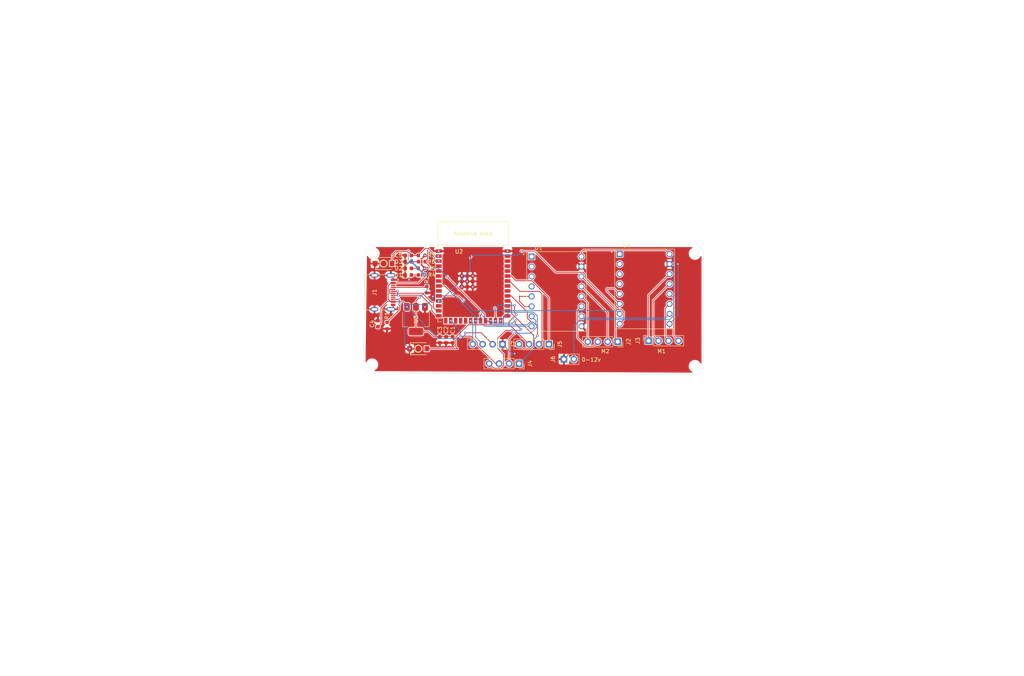
<source format=kicad_pcb>
(kicad_pcb (version 20241229) (generator "pcbnew") (generator_version "9.0")
  (layers (0 "F.Cu" signal) (2 "B.Cu" signal) (13 "F.Paste" user) (15 "B.Paste" user) (5 "F.SilkS" user "F.Silkscreen") (7 "B.SilkS" user "B.Silkscreen") (1 "F.Mask" user) (3 "B.Mask" user) (25 "Edge.Cuts" user))
  (net 0 "")
  (net 1 "GND")
  (net 2 "+3V3")
  (net 3 "+5V")
  (net 4 "EN")
  (net 6 "D-")
  (net 7 "Net-(J1-CC1)")
  (net 8 "D+")
  (net 9 "Net-(J1-CC2)")
  (net 11 "GPIO11")
  (net 12 "GPIO46")
  (net 13 "GPIO10")
  (net 14 "GPIO6")
  (net 15 "GPIO9")
  (net 16 "GPIO5")
  (net 17 "GPIO12")
  (net 18 "GPIO18")
  (net 19 "GPIO16")
  (net 20 "GPIO15")
  (net 21 "GPIO7")
  (net 22 "GPIO8")
  (net 23 "GPIO4")
  (net 24 "GPIO3")
  (net 25 "GPIO17")
  (net 26 "GPIO40")
  (net 27 "GPIO45")
  (net 28 "GPIO41")
  (net 29 "GPIO0")
  (net 30 "GPIO38")
  (net 31 "GPIO2")
  (net 32 "GPIO39")
  (net 33 "GPIO36")
  (net 34 "GPIO47")
  (net 35 "GPIO35")
  (net 36 "GPIO13")
  (net 37 "GPIO44")
  (net 38 "GPIO14")
  (net 39 "GPIO37")
  (net 40 "GPIO1")
  (net 41 "GPIO21")
  (net 42 "GPIO48")
  (net 43 "GPIO42")
  (net 44 "GPIO43")
  (net 45 "Net-(D1-A)")
  (net 46 "Net-(D2-A)")
  (net 47 "Net-(D3-A)")
  (net 48 "Net-(J2-Pin_2)")
  (net 49 "Net-(J2-Pin_4)")
  (net 52 "Net-(U1-~{RESET})")
  (net 53 "Net-(U1-VDD)")
  (net 54 "Net-(J2-Pin_3)")
  (net 56 "Net-(J6-Pin_2)")
  (net 58 "Net-(J2-Pin_1)")
  (net 60 "Net-(J3-Pin_4)")
  (net 62 "Net-(J3-Pin_2)")
  (net 63 "Net-(U4-~{RESET})")
  (net 64 "Net-(J3-Pin_3)")
  (net 65 "Net-(J3-Pin_1)")
  (footprint "Connector_PinSocket_2.54mm:PinSocket_1x02_P2.54mm_Vertical" (layer "F.Cu") (at 165.939457 101.894298 90)
    (property "Reference" "J6")
    (property "Value" "Conn_01x02_Pin")
  )
  (footprint "Resistor_SMD:R_0603_1608Metric" (layer "F.Cu") (at 120.854457 93.322298 -90)
    (property "Reference" "R1")
    (property "Value" "5.1K")
  )
  (footprint "easyeda2kicad:SW-SMD_L3.9-W3.0-P4.45" (layer "F.Cu") (at 128.834457 99.227298)
    (property "Reference" "SW2" (hide yes))
    (property "Value" "TS-1088-AR02016")
  )
  (footprint "LED_SMD:LED_0603_1608Metric" (layer "F.Cu") (at 126.293957 77.031298)
    (property "Reference" "D3")
    (property "Value" "BLUE")
  )
  (footprint "Capacitor_SMD:C_0603_1608Metric" (layer "F.Cu") (at 134.318457 96.928298 -90)
    (property "Reference" "C3")
    (property "Value" "100n")
  )
  (footprint "TYPE-C-31-M-12:HRO_TYPE-C-31-M-12" (layer "F.Cu") (at 117.682457 84.845298 -90)
    (property "Reference" "J1")
    (property "Value" "TYPE-C-31-M-12")
  )
  (footprint "A4988_STEPPER_MOTOR_DRIVER_CARRIER:MODULE_A4988_STEPPER_MOTOR_DRIVER_CARRIER" (layer "F.Cu") (at 186.513457 83.987298)
    (property "Reference" "U4")
    (property "Value" "A4988_STEPPER_MOTOR_DRIVER_CARRIER")
  )
  (footprint "LED_SMD:LED_0603_1608Metric" (layer "F.Cu") (at 126.281457 78.731298)
    (property "Reference" "D2")
    (property "Value" "GREEN")
  )
  (footprint "Package_TO_SOT_SMD:SOT-223-3_TabPin2" (layer "F.Cu") (at 128.234457 91.709298 -90)
    (property "Reference" "U3")
    (property "Value" "LD1117S33TR_SOT223")
  )
  (footprint "Connector_PinSocket_2.54mm:PinSocket_1x04_P2.54mm_Vertical" (layer "F.Cu") (at 154.509457 103.037298 -90)
    (property "Reference" "J4")
    (property "Value" "Conn_01x04_Pin")
  )
  (footprint "Capacitor_SMD:C_0603_1608Metric" (layer "F.Cu") (at 126.281457 75.431298 180)
    (property "Reference" "C5")
    (property "Value" "1u")
  )
  (footprint "Capacitor_SMD:C_0603_1608Metric" (layer "F.Cu") (at 135.918457 96.928298 -90)
    (property "Reference" "C2")
    (property "Value" "22u")
  )
  (footprint "Connector_PinSocket_2.54mm:PinSocket_1x04_P2.54mm_Vertical" (layer "F.Cu") (at 187.529457 97.195298 90)
    (property "Reference" "J3")
    (property "Value" "Conn_01x04_Pin")
  )
  (footprint "Resistor_SMD:R_0603_1608Metric" (layer "F.Cu") (at 129.681457 78.731298 180)
    (property "Reference" "R5")
    (property "Value" "5.1K")
  )
  (footprint "A4988_STEPPER_MOTOR_DRIVER_CARRIER:MODULE_A4988_STEPPER_MOTOR_DRIVER_CARRIER" (layer "F.Cu") (at 164.065457 84.622298)
    (property "Reference" "U1")
    (property "Value" "A4988_STEPPER_MOTOR_DRIVER_CARRIER")
  )
  (footprint "Resistor_SMD:R_0603_1608Metric" (layer "F.Cu") (at 129.693957 77.031298 180)
    (property "Reference" "R6")
    (property "Value" "5.1K")
  )
  (footprint "easyeda2kicad:SW-SMD_L3.9-W3.0-P4.45" (layer "F.Cu") (at 119.986457 77.510298)
    (property "Reference" "SW1" (hide yes))
    (property "Value" "TS-1088-AR02016")
  )
  (footprint "Connector_PinSocket_2.54mm:PinSocket_1x04_P2.54mm_Vertical" (layer "F.Cu") (at 162.129457 98.084298 -90)
    (property "Reference" "J5")
    (property "Value" "Conn_01x04_Pin")
  )
  (footprint "PCM_Espressif:ESP32-S3-WROOM-1" (layer "F.Cu") (at 142.812457 82.595298)
    (property "Reference" "U2")
    (property "Value" "ESP32-S3-WROOM-1")
  )
  (footprint "Resistor_SMD:R_0603_1608Metric" (layer "F.Cu") (at 129.681457 80.431298 180)
    (property "Reference" "R4")
    (property "Value" "5.1K")
  )
  (footprint "Capacitor_SMD:C_0603_1608Metric" (layer "F.Cu") (at 137.618457 96.928298 -90)
    (property "Reference" "C1")
    (property "Value" "10u")
  )
  (footprint "Resistor_SMD:R_0603_1608Metric" (layer "F.Cu") (at 129.681457 75.431298 180)
    (property "Reference" "R3")
    (property "Value" "5.1K")
  )
  (footprint "Connector_PinSocket_2.54mm:PinSocket_1x04_P2.54mm_Vertical" (layer "F.Cu") (at 150.318457 98.084298 -90)
    (property "Reference" "J7")
    (property "Value" "Conn_01x04_Pin")
  )
  (footprint "Connector_PinSocket_2.54mm:PinSocket_1x04_P2.54mm_Vertical" (layer "F.Cu") (at 179.655457 97.449298 -90)
    (property "Reference" "J2")
    (property "Value" "Conn_01x04_Pin")
  )
  (footprint "LED_SMD:LED_0603_1608Metric" (layer "F.Cu") (at 126.268957 80.431298)
    (property "Reference" "D1")
    (property "Value" "RED")
  )
  (footprint "Resistor_SMD:R_0603_1608Metric" (layer "F.Cu") (at 131.014457 84.178298 -90)
    (property "Reference" "R2")
    (property "Value" "5.1K")
  )
  (footprint "Capacitor_SMD:C_0603_1608Metric" (layer "F.Cu") (at 118.546457 92.849298 90)
    (property "Reference" "C4")
    (property "Value" "100n")
  )
  (gr_arc (start 115.266457 75.10103) (mid 115.851914 73.490328) (end 117.425457 72.811298) (stroke (width 0.05)) (layer "Edge.Cuts"))
  (gr_arc (start 201.499457 103.545298) (mid 200.914 105.156) (end 199.340457 105.83503) (stroke (width 0.05)) (layer "Edge.Cuts"))
  (gr_arc (start 117.171457 105.450298) (mid 115.560755 104.864841) (end 114.881725 103.291298) (stroke (width 0.05)) (layer "Edge.Cuts"))
  (gr_line (start 201.503189 74.970298) (end 201.499457 103.545298) (stroke (width 0.05)) (layer "Edge.Cuts"))
  (gr_arc (start 199.213457 72.811298) (mid 200.824159 73.396755) (end 201.503189 74.970298) (stroke (width 0.05)) (layer "Edge.Cuts"))
  (gr_line (start 117.425457 72.811298) (end 199.213459 72.811298) (stroke (width 0.05)) (layer "Edge.Cuts"))
  (gr_circle (center 117.044457 103.291298) (end 116.282457 104.053298) (stroke (width 0.05)) (fill no) (layer "Edge.Cuts"))
  (gr_circle (center 117.425457 74.97403) (end 116.663457 74.21203) (stroke (width 0.05)) (fill no) (layer "Edge.Cuts"))
  (gr_circle (center 199.340457 103.672298) (end 200.102457 104.434298) (stroke (width 0.05)) (fill no) (layer "Edge.Cuts"))
  (gr_line (start 114.881725 103.291298) (end 115.266457 75.10103) (stroke (width 0.05)) (layer "Edge.Cuts"))
  (gr_line (start 199.340457 105.83503) (end 117.171457 105.450297) (stroke (width 0.05)) (layer "Edge.Cuts"))
  (gr_circle (center 199.340457 74.970298) (end 200.102457 74.208298) (stroke (width 0.05)) (fill no) (layer "Edge.Cuts"))
  (gr_text "M1" (at 190.831457 99.862298 0) (layer "F.SilkS") (effects (font (size 1 1))))
  (gr_text "0-12v" (at 172.924457 102.021298 0) (layer "F.SilkS") (effects (font (size 1 1))))
  (gr_text "M2" (at 176.480457 99.862298 0) (layer "F.SilkS") (effects (font (size 1 1))))
  (segment (start 142.317457 75.732298) (end 142.317457 75.859298) (width 0.2) (layer "F.Cu") (net 0))
  (segment (start 142.063457 76.113298) (end 142.317457 75.859298) (width 0.2) (layer "F.Cu") (net 0))
  (segment (start 169.973905 87.366298) (end 170.857009 87.366298) (width 0.2) (layer "F.Cu") (net 1))
  (segment (start 154.543457 74.584241) (end 154.543457 74.086355) (width 0.2) (layer "F.Cu") (net 1))
  (segment (start 125.506457 75.431298) (end 125.506457 80.406298) (width 0.2) (layer "F.Cu") (net 1))
  (segment (start 170.857009 87.366298) (end 171.481457 87.990746) (width 0.2) (layer "F.Cu") (net 1))
  (segment (start 167.090457 100.743298) (end 165.939457 101.894298) (width 0.2) (layer "F.Cu") (net 1))
  (segment (start 195.022457 77.637298) (end 192.863457 77.637298) (width 0.2) (layer "F.Cu") (net 1))
  (segment (start 156.757514 76.798298) (end 154.543457 74.584241) (width 0.2) (layer "F.Cu") (net 1))
  (segment (start 125.481457 80.631298) (end 126.481457 81.631298) (width 0.2) (layer "F.Cu") (net 1))
  (segment (start 154.543457 74.086355) (end 154.895564 73.734248) (width 0.2) (layer "F.Cu") (net 1))
  (segment (start 122.432457 88.045298) (end 122.432457 88.590298) (width 0.2) (layer "F.Cu") (net 1))
  (segment (start 122.432457 88.590298) (end 121.852457 89.170298) (width 0.2) (layer "F.Cu") (net 1))
  (segment (start 171.481457 87.990746) (end 171.481457 92.446298) (width 0.2) (layer "F.Cu") (net 1))
  (segment (start 158.781457 76.798298) (end 156.757514 76.798298) (width 0.2) (layer "F.Cu") (net 1))
  (segment (start 168.376181 88.964022) (end 168.376181 86.393022) (width 0.2) (layer "F.Cu") (net 1))
  (segment (start 193.760457 97.672058) (end 190.689217 100.743298) (width 0.2) (layer "F.Cu") (net 1))
  (segment (start 125.506457 80.406298) (end 125.481457 80.431298) (width 0.2) (layer "F.Cu") (net 1))
  (segment (start 122.432457 81.100298) (end 121.852457 80.520298) (width 0.2) (layer "F.Cu") (net 1))
  (segment (start 171.481457 92.446298) (end 170.415457 93.512298) (width 0.2) (layer "F.Cu") (net 1))
  (segment (start 165.939457 91.400746) (end 168.376181 88.964022) (width 0.2) (layer "F.Cu") (net 1))
  (segment (start 193.760457 96.480538) (end 193.760457 97.672058) (width 0.2) (layer "F.Cu") (net 1))
  (segment (start 165.877407 73.734248) (end 170.415457 78.272298) (width 0.2) (layer "F.Cu") (net 1))
  (segment (start 190.689217 100.743298) (end 167.090457 100.743298) (width 0.2) (layer "F.Cu") (net 1))
  (segment (start 192.863457 95.583538) (end 193.760457 96.480538) (width 0.2) (layer "F.Cu") (net 1))
  (segment (start 122.432457 81.645298) (end 122.432457 81.100298) (width 0.2) (layer "F.Cu") (net 1))
  (segment (start 154.895564 73.734248) (end 165.877407 73.734248) (width 0.2) (layer "F.Cu") (net 1))
  (segment (start 168.376181 86.393022) (end 158.781457 76.798298) (width 0.2) (layer "F.Cu") (net 1))
  (segment (start 168.376181 88.964022) (end 169.973905 87.366298) (width 0.2) (layer "F.Cu") (net 1))
  (segment (start 192.863457 92.877298) (end 192.863457 95.583538) (width 0.2) (layer "F.Cu") (net 1))
  (segment (start 124.267457 81.645298) (end 125.481457 80.431298) (width 0.2) (layer "F.Cu") (net 1))
  (segment (start 122.432457 81.645298) (end 124.267457 81.645298) (width 0.2) (layer "F.Cu") (net 1))
  (segment (start 165.939457 101.894298) (end 165.939457 91.400746) (width 0.2) (layer "F.Cu") (net 1))
  (segment (start 125.481457 80.431298) (end 125.481457 80.631298) (width 0.2) (layer "F.Cu") (net 1))
  (via (at 153.366457 100.497298) (size 0.6) (drill 0.3) (layers "F.Cu" "B.Cu") (net 1))
  (via (at 142.712457 80.655298) (size 0.6) (drill 0.3) (layers "F.Cu" "B.Cu") (net 1))
  (via (at 132.538457 85.892298) (size 0.6) (drill 0.3) (layers "F.Cu" "B.Cu") (net 1))
  (via (at 126.654457 99.227298) (size 0.6) (drill 0.3) (layers "F.Cu" "B.Cu") (net 1))
  (via (at 130.534457 88.559298) (size 0.6) (drill 0.3) (layers "F.Cu" "B.Cu") (net 1))
  (via (at 141.312457 82.055298) (size 0.6) (drill 0.3) (layers "F.Cu" "B.Cu") (net 1))
  (via (at 151.562457 74.335298) (size 0.6) (drill 0.3) (layers "F.Cu" "B.Cu") (net 1))
  (via (at 134.062457 74.335298) (size 0.6) (drill 0.3) (layers "F.Cu" "B.Cu") (net 1))
  (via (at 142.712457 83.455298) (size 0.6) (drill 0.3) (layers "F.Cu" "B.Cu") (net 1))
  (via (at 195.022457 77.637298) (size 0.6) (drill 0.3) (layers "F.Cu" "B.Cu") (net 1))
  (via (at 139.912457 83.455298) (size 0.6) (drill 0.3) (layers "F.Cu" "B.Cu") (net 1))
  (via (at 126.481457 81.631298) (size 0.6) (drill 0.3) (layers "F.Cu" "B.Cu") (net 1))
  (via (at 139.912457 80.655298) (size 0.6) (drill 0.3) (layers "F.Cu" "B.Cu") (net 1))
  (segment (start 153.366457 100.497298) (end 152.731457 100.497298) (width 0.2) (layer "B.Cu") (net 1))
  (segment (start 192.863457 92.877298) (end 195.022457 90.718298) (width 0.2) (layer "B.Cu") (net 1))
  (segment (start 129.933457 87.958298) (end 125.685514 87.958298) (width 0.2) (layer "B.Cu") (net 1))
  (segment (start 132.538457 85.892298) (end 132.538457 86.555298) (width 0.2) (layer "B.Cu") (net 1))
  (segment (start 125.333457 88.310355) (end 125.333457 97.906298) (width 0.2) (layer "B.Cu") (net 1))
  (segment (start 132.538457 86.555298) (end 130.534457 88.559298) (width 0.2) (layer "B.Cu") (net 1))
  (segment (start 125.333457 97.906298) (end 126.654457 99.227298) (width 0.2) (layer "B.Cu") (net 1))
  (segment (start 152.731457 100.497298) (end 150.318457 98.084298) (width 0.2) (layer "B.Cu") (net 1))
  (segment (start 195.022457 90.718298) (end 195.022457 77.637298) (width 0.2) (layer "B.Cu") (net 1))
  (segment (start 130.534457 88.559298) (end 129.933457 87.958298) (width 0.2) (layer "B.Cu") (net 1))
  (segment (start 125.685514 87.958298) (end 125.333457 88.310355) (width 0.2) (layer "B.Cu") (net 1))
  (segment (start 128.234457 94.859298) (end 131.472457 94.859298) (width 0.2) (layer "F.Cu") (net 2))
  (segment (start 132.766457 96.153298) (end 137.618457 96.153298) (width 0.2) (layer "F.Cu") (net 2))
  (segment (start 129.705457 80.960782) (end 129.705457 79.532298) (width 0.4) (layer "F.Cu") (net 2))
  (segment (start 129.681457 76.256298) (end 129.681457 77.906298) (width 0.4) (layer "F.Cu") (net 2))
  (segment (start 129.681457 77.906298) (end 130.506457 78.731298) (width 0.4) (layer "F.Cu") (net 2))
  (segment (start 128.234457 87.070298) (end 129.109457 86.195298) (width 0.2) (layer "F.Cu") (net 2))
  (segment (start 128.234457 94.859298) (end 128.234457 88.559298) (width 0.2) (layer "F.Cu") (net 2))
  (segment (start 130.506457 75.431298) (end 129.681457 76.256298) (width 0.4) (layer "F.Cu") (net 2))
  (segment (start 129.705457 79.532298) (end 130.506457 78.731298) (width 0.4) (layer "F.Cu") (net 2))
  (segment (start 128.234457 88.559298) (end 128.234457 87.070298) (width 0.2) (layer "F.Cu") (net 2))
  (segment (start 131.472457 94.859298) (end 132.766457 96.153298) (width 0.2) (layer "F.Cu") (net 2))
  (segment (start 134.062457 75.605298) (end 133.935457 75.605298) (width 0.2) (layer "F.Cu") (net 2))
  (via (at 129.109457 86.195298) (size 0.6) (drill 0.3) (layers "F.Cu" "B.Cu") (net 2))
  (via (at 133.935457 75.605298) (size 0.6) (drill 0.3) (layers "F.Cu" "B.Cu") (net 2))
  (via (at 130.506457 78.731298) (size 0.6) (drill 0.3) (layers "F.Cu" "B.Cu") (net 2))
  (via (at 130.506457 75.431298) (size 0.6) (drill 0.3) (layers "F.Cu" "B.Cu") (net 2))
  (segment (start 131.107457 79.332298) (end 130.506457 78.731298) (width 0.2) (layer "B.Cu") (net 2))
  (segment (start 129.109457 86.195298) (end 131.107457 84.197298) (width 0.2) (layer "B.Cu") (net 2))
  (segment (start 133.935457 75.605298) (end 130.680457 75.605298) (width 0.2) (layer "B.Cu") (net 2))
  (segment (start 130.680457 75.605298) (end 130.506457 75.431298) (width 0.2) (layer "B.Cu") (net 2))
  (segment (start 131.107457 84.197298) (end 131.107457 79.332298) (width 0.2) (layer "B.Cu") (net 2))
  (segment (start 128.967457 82.445298) (end 130.506457 80.906298) (width 0.2) (layer "F.Cu") (net 3))
  (segment (start 125.934457 88.215306) (end 125.934457 88.559298) (width 0.2) (layer "F.Cu") (net 3))
  (segment (start 130.506457 80.906298) (end 130.506457 80.431298) (width 0.2) (layer "F.Cu") (net 3))
  (segment (start 119.322457 88.854645) (end 121.092804 87.084298) (width 0.2) (layer "F.Cu") (net 3))
  (segment (start 121.092804 87.084298) (end 122.271457 87.084298) (width 0.2) (layer "F.Cu") (net 3))
  (segment (start 124.964449 87.245298) (end 125.934457 88.215306) (width 0.2) (layer "F.Cu") (net 3))
  (segment (start 122.432457 82.445298) (end 128.967457 82.445298) (width 0.2) (layer "F.Cu") (net 3))
  (segment (start 144.857457 95.163298) (end 140.793457 95.163298) (width 0.2) (layer "F.Cu") (net 3))
  (segment (start 121.160457 83.173298) (end 121.160457 86.607298) (width 0.2) (layer "F.Cu") (net 3))
  (segment (start 121.160457 86.607298) (end 121.798457 87.245298) (width 0.2) (layer "F.Cu") (net 3))
  (segment (start 121.798457 87.245298) (end 122.432457 87.245298) (width 0.2) (layer "F.Cu") (net 3))
  (segment (start 121.888457 82.445298) (end 121.160457 83.173298) (width 0.2) (layer "F.Cu") (net 3))
  (segment (start 122.432457 87.245298) (end 124.964449 87.245298) (width 0.2) (layer "F.Cu") (net 3))
  (segment (start 147.778457 98.084298) (end 144.857457 95.163298) (width 0.2) (layer "F.Cu") (net 3))
  (segment (start 122.271457 87.084298) (end 122.432457 87.245298) (width 0.2) (layer "F.Cu") (net 3))
  (segment (start 122.432457 82.445298) (end 121.888457 82.445298) (width 0.2) (layer "F.Cu") (net 3))
  (segment (start 118.546457 93.624298) (end 119.322457 92.848298) (width 0.2) (layer "F.Cu") (net 3))
  (segment (start 119.322457 92.848298) (end 119.322457 88.854645) (width 0.2) (layer "F.Cu") (net 3))
  (via (at 130.506457 80.431298) (size 0.6) (drill 0.3) (layers "F.Cu" "B.Cu") (net 3))
  (via (at 125.934457 88.559298) (size 0.6) (drill 0.3) (layers "F.Cu" "B.Cu") (net 3))
  (via (at 140.793457 95.163298) (size 0.6) (drill 0.3) (layers "F.Cu" "B.Cu") (net 3))
  (segment (start 140.793457 95.163298) (end 140.793457 95.632241) (width 0.2) (layer "B.Cu") (net 3))
  (segment (start 127.181457 77.106298) (end 130.506457 80.431298) (width 0.4) (layer "B.Cu") (net 3))
  (segment (start 139.7724 96.653298) (end 134.028457 96.653298) (width 0.2) (layer "B.Cu") (net 3))
  (segment (start 127.181457 76.439818) (end 127.181457 77.106298) (width 0.4) (layer "B.Cu") (net 3))
  (segment (start 140.793457 95.632241) (end 139.7724 96.653298) (width 0.2) (layer "B.Cu") (net 3))
  (segment (start 134.028457 96.653298) (end 125.934457 88.559298) (width 0.2) (layer "B.Cu") (net 3))
  (segment (start 125.781457 77.839818) (end 127.181457 76.439818) (width 0.4) (layer "B.Cu") (net 3))
  (segment (start 123.648457 74.431298) (end 126.281457 74.431298) (width 0.2) (layer "F.Cu") (net 4))
  (segment (start 127.056457 75.431298) (end 128.856457 75.431298) (width 0.2) (layer "F.Cu") (net 4))
  (segment (start 131.373557 73.681298) (end 133.011457 75.319198) (width 0.2) (layer "F.Cu") (net 4))
  (segment (start 122.166457 75.913298) (end 123.648457 74.431298) (width 0.2) (layer "F.Cu") (net 4))
  (segment (start 122.166457 77.510298) (end 122.166457 75.913298) (width 0.2) (layer "F.Cu") (net 4))
  (segment (start 133.011457 75.319198) (end 133.011457 76.774298) (width 0.2) (layer "F.Cu") (net 4))
  (segment (start 133.011457 76.774298) (end 133.112457 76.875298) (width 0.2) (layer "F.Cu") (net 4))
  (segment (start 122.166457 75.351298) (end 123.086457 74.431298) (width 0.2) (layer "F.Cu") (net 4))
  (segment (start 123.086457 74.431298) (end 123.648457 74.431298) (width 0.2) (layer "F.Cu") (net 4))
  (segment (start 130.606457 73.681298) (end 131.373557 73.681298) (width 0.2) (layer "F.Cu") (net 4))
  (segment (start 127.056457 75.431298) (end 127.056457 75.206298) (width 0.2) (layer "F.Cu") (net 4))
  (segment (start 127.056457 75.206298) (end 126.281457 74.431298) (width 0.2) (layer "F.Cu") (net 4))
  (segment (start 128.856457 75.431298) (end 130.606457 73.681298) (width 0.2) (layer "F.Cu") (net 4))
  (segment (start 133.112457 76.875298) (end 134.062457 76.875298) (width 0.2) (layer "F.Cu") (net 4))
  (via (at 126.281457 74.431298) (size 0.6) (drill 0.3) (layers "F.Cu" "B.Cu") (net 4))
  (via (at 134.062457 76.875298) (size 0.6) (drill 0.3) (layers "F.Cu" "B.Cu") (net 4))
  (segment (start 126.281457 76.631298) (end 126.281457 74.431298) (width 0.2) (layer "B.Cu") (net 4))
  (segment (start 132.665457 87.416298) (end 132.238393 87.416298) (width 0.2) (layer "F.Cu") (net 6))
  (segment (start 121.561457 85.046298) (end 121.561457 84.144298) (width 0.2) (layer "F.Cu") (net 6))
  (segment (start 121.610457 85.095298) (end 121.561457 85.046298) (width 0.2) (layer "F.Cu") (net 6))
  (segment (start 133.506465 89.575298) (end 132.665457 88.73429) (width 0.2) (layer "F.Cu") (net 6))
  (segment (start 122.432457 85.095298) (end 121.610457 85.095298) (width 0.2) (layer "F.Cu") (net 6))
  (segment (start 129.917393 85.095298) (end 122.432457 85.095298) (width 0.2) (layer "F.Cu") (net 6))
  (segment (start 121.610457 84.095298) (end 122.432457 84.095298) (width 0.2) (layer "F.Cu") (net 6))
  (segment (start 134.062457 89.575298) (end 133.506465 89.575298) (width 0.2) (layer "F.Cu") (net 6))
  (segment (start 121.561457 84.144298) (end 121.610457 84.095298) (width 0.2) (layer "F.Cu") (net 6))
  (segment (start 132.238393 87.416298) (end 129.917393 85.095298) (width 0.2) (layer "F.Cu") (net 6))
  (segment (start 132.665457 88.73429) (end 132.665457 87.416298) (width 0.2) (layer "F.Cu") (net 6))
  (segment (start 122.432457 83.595298) (end 130.772457 83.595298) (width 0.2) (layer "F.Cu") (net 7))
  (segment (start 130.772457 83.595298) (end 131.014457 83.353298) (width 0.2) (layer "F.Cu") (net 7))
  (segment (start 123.421457 84.595298) (end 123.521457 84.495298) (width 0.2) (layer "F.Cu") (net 8))
  (segment (start 133.530457 90.845298) (end 134.062457 90.845298) (width 0.2) (layer "F.Cu") (net 8))
  (segment (start 122.432457 84.595298) (end 123.421457 84.595298) (width 0.2) (layer "F.Cu") (net 8))
  (segment (start 132.264457 89.579298) (end 133.530457 90.845298) (width 0.2) (layer "F.Cu") (net 8))
  (segment (start 129.526465 85.595298) (end 132.264457 88.33329) (width 0.2) (layer "F.Cu") (net 8))
  (segment (start 132.264457 88.33329) (end 132.264457 89.579298) (width 0.2) (layer "F.Cu") (net 8))
  (segment (start 122.432457 85.595298) (end 129.526465 85.595298) (width 0.2) (layer "F.Cu") (net 8))
  (via (at 123.521457 84.495298) (size 0.6) (drill 0.3) (layers "F.Cu" "B.Cu") (net 8))
  (via (at 123.775457 85.695298) (size 0.6) (drill 0.3) (layers "F.Cu" "B.Cu") (net 8))
  (segment (start 123.521457 84.495298) (end 123.521457 85.441298) (width 0.2) (layer "B.Cu") (net 8))
  (segment (start 123.521457 85.441298) (end 123.775457 85.695298) (width 0.2) (layer "B.Cu") (net 8))
  (segment (start 120.854457 92.497298) (end 124.029457 89.322298) (width 0.2) (layer "F.Cu") (net 9))
  (segment (start 122.482457 86.645298) (end 122.432457 86.595298) (width 0.2) (layer "F.Cu") (net 9))
  (segment (start 124.029457 89.322298) (end 124.029457 87.845298) (width 0.2) (layer "F.Cu") (net 9))
  (segment (start 123.902457 86.645298) (end 122.482457 86.645298) (width 0.2) (layer "F.Cu") (net 9))
  (via (at 123.902457 86.645298) (size 0.6) (drill 0.3) (layers "F.Cu" "B.Cu") (net 9))
  (via (at 124.029457 87.845298) (size 0.6) (drill 0.3) (layers "F.Cu" "B.Cu") (net 9))
  (segment (start 124.029457 87.845298) (end 124.029457 86.772298) (width 0.2) (layer "B.Cu") (net 9))
  (segment (start 124.029457 86.772298) (end 123.902457 86.645298) (width 0.2) (layer "B.Cu") (net 9))
  (segment (start 148.563697 103.037298) (end 143.849457 98.323058) (width 0.2) (layer "F.Cu") (net 12))
  (segment (start 142.294217 96.052298) (end 139.523457 96.052298) (width 0.2) (layer "F.Cu") (net 12))
  (segment (start 143.849457 98.323058) (end 143.849457 97.607538) (width 0.2) (layer "F.Cu") (net 12))
  (segment (start 143.849457 97.607538) (end 142.294217 96.052298) (width 0.2) (layer "F.Cu") (net 12))
  (segment (start 149.429457 103.037298) (end 148.563697 103.037298) (width 0.2) (layer "F.Cu") (net 12))
  (via (at 137.097457 92.095298) (size 0.6) (drill 0.3) (layers "F.Cu" "B.Cu") (net 12))
  (via (at 139.523457 96.052298) (size 0.6) (drill 0.3) (layers "F.Cu" "B.Cu") (net 12))
  (segment (start 139.523457 96.052298) (end 139.523457 94.521298) (width 0.2) (layer "B.Cu") (net 12))
  (segment (start 139.523457 94.521298) (end 137.097457 92.095298) (width 0.2) (layer "B.Cu") (net 12))
  (via (at 142.177457 92.095298) (size 0.6) (drill 0.3) (layers "F.Cu" "B.Cu") (net 17))
  (segment (start 142.698457 98.084298) (end 142.698457 92.616298) (width 0.2) (layer "B.Cu") (net 17))
  (segment (start 142.698457 92.616298) (end 142.177457 92.095298) (width 0.2) (layer "B.Cu") (net 17))
  (segment (start 158.450457 74.335298) (end 155.144457 74.335298) (width 0.2) (layer "F.Cu") (net 18))
  (segment (start 181.229457 89.895746) (end 180.605009 89.271298) (width 0.2) (layer "F.Cu") (net 18))
  (segment (start 179.498905 89.271298) (end 171.481457 81.25385) (width 0.2) (layer "F.Cu") (net 18))
  (segment (start 180.605009 89.271298) (end 179.498905 89.271298) (width 0.2) (layer "F.Cu") (net 18))
  (segment (start 171.481457 80.370746) (end 170.857009 79.746298) (width 0.2) (layer "F.Cu") (net 18))
  (segment (start 163.861457 79.746298) (end 158.450457 74.335298) (width 0.2) (layer "F.Cu") (net 18))
  (segment (start 181.229457 91.811298) (end 181.229457 89.895746) (width 0.2) (layer "F.Cu") (net 18))
  (segment (start 180.163457 92.877298) (end 181.229457 91.811298) (width 0.2) (layer "F.Cu") (net 18))
  (segment (start 170.857009 79.746298) (end 163.861457 79.746298) (width 0.2) (layer "F.Cu") (net 18))
  (segment (start 171.481457 81.25385) (end 171.481457 80.370746) (width 0.2) (layer "F.Cu") (net 18))
  (via (at 134.062457 87.035298) (size 0.6) (drill 0.3) (layers "F.Cu" "B.Cu") (net 18))
  (via (at 155.144457 74.335298) (size 0.6) (drill 0.3) (layers "F.Cu" "B.Cu") (net 18))
  (segment (start 142.063457 79.415298) (end 134.443457 87.035298) (width 0.2) (layer "B.Cu") (net 18))
  (segment (start 142.317457 75.351298) (end 142.063457 75.605298) (width 0.2) (layer "B.Cu") (net 18))
  (segment (start 142.063457 75.605298) (end 142.063457 79.415298) (width 0.2) (layer "B.Cu") (net 18))
  (segment (start 154.128457 75.351298) (end 142.317457 75.351298) (width 0.2) (layer "B.Cu") (net 18))
  (segment (start 155.144457 74.335298) (end 154.128457 75.351298) (width 0.2) (layer "B.Cu") (net 18))
  (segment (start 134.443457 87.035298) (end 134.062457 87.035298) (width 0.2) (layer "B.Cu") (net 18))
  (segment (start 134.062457 83.225298) (end 135.586457 83.225298) (width 0.2) (layer "F.Cu") (net 20))
  (segment (start 135.586457 83.225298) (end 137.491457 85.130298) (width 0.2) (layer "F.Cu") (net 20))
  (via (at 137.491457 85.130298) (size 0.6) (drill 0.3) (layers "F.Cu" "B.Cu") (net 20))
  (segment (start 137.491457 85.130298) (end 145.873457 93.512298) (width 0.2) (layer "B.Cu") (net 20))
  (segment (start 145.873457 93.512298) (end 157.715457 93.512298) (width 0.2) (layer "B.Cu") (net 20))
  (segment (start 139.142457 85.765298) (end 140.285457 86.908298) (width 0.2) (layer "F.Cu") (net 25))
  (segment (start 134.062457 85.765298) (end 139.142457 85.765298) (width 0.2) (layer "F.Cu") (net 25))
  (via (at 140.285457 86.908298) (size 0.6) (drill 0.3) (layers "F.Cu" "B.Cu") (net 25))
  (segment (start 140.285457 86.908298) (end 142.875457 89.498298) (width 0.2) (layer "B.Cu") (net 25))
  (segment (start 179.324457 89.498298) (end 180.163457 90.337298) (width 0.2) (layer "B.Cu") (net 25))
  (segment (start 142.875457 89.498298) (end 179.324457 89.498298) (width 0.2) (layer "B.Cu") (net 25))
  (segment (start 151.969457 103.037298) (end 151.969457 96.687298) (width 0.2) (layer "F.Cu") (net 27))
  (segment (start 151.969457 96.687298) (end 153.386692 95.270063) (width 0.2) (layer "F.Cu") (net 27))
  (via (at 149.797457 92.095298) (size 0.6) (drill 0.3) (layers "F.Cu" "B.Cu") (net 27))
  (via (at 153.386692 95.270063) (size 0.6) (drill 0.3) (layers "F.Cu" "B.Cu") (net 27))
  (segment (start 159.182457 90.931746) (end 158.157009 89.906298) (width 0.2) (layer "B.Cu") (net 27))
  (segment (start 159.182457 93.55285) (end 159.182457 90.931746) (width 0.2) (layer "B.Cu") (net 27))
  (segment (start 153.386692 95.270063) (end 157.465244 95.270063) (width 0.2) (layer "B.Cu") (net 27))
  (segment (start 151.986457 89.906298) (end 149.797457 92.095298) (width 0.2) (layer "B.Cu") (net 27))
  (segment (start 158.157009 89.906298) (end 151.986457 89.906298) (width 0.2) (layer "B.Cu") (net 27))
  (segment (start 157.465244 95.270063) (end 159.182457 93.55285) (width 0.2) (layer "B.Cu") (net 27))
  (segment (start 160.351457 97.322298) (end 160.351457 85.257298) (width 0.2) (layer "F.Cu") (net 28))
  (segment (start 159.589457 98.084298) (end 160.351457 97.322298) (width 0.2) (layer "F.Cu") (net 28))
  (segment (start 154.761457 84.622298) (end 152.094457 81.955298) (width 0.2) (layer "F.Cu") (net 28))
  (segment (start 152.094457 81.955298) (end 151.562457 81.955298) (width 0.2) (layer "F.Cu") (net 28))
  (segment (start 159.716457 84.622298) (end 154.761457 84.622298) (width 0.2) (layer "F.Cu") (net 28))
  (segment (start 160.351457 85.257298) (end 159.716457 84.622298) (width 0.2) (layer "F.Cu") (net 28))
  (segment (start 138.888457 99.227298) (end 138.104012 98.442853) (width 0.2) (layer "F.Cu") (net 29))
  (segment (start 138.394457 96.292298) (end 141.540457 93.146298) (width 0.2) (layer "F.Cu") (net 29))
  (segment (start 141.540457 93.146298) (end 150.548457 93.146298) (width 0.2) (layer "F.Cu") (net 29))
  (segment (start 138.394457 98.152408) (end 138.394457 97.254188) (width 0.2) (layer "F.Cu") (net 29))
  (segment (start 138.092567 96.952298) (end 137.734457 96.952298) (width 0.2) (layer "F.Cu") (net 29))
  (segment (start 138.092567 96.904298) (end 138.394457 96.602408) (width 0.2) (layer "F.Cu") (net 29))
  (segment (start 131.014457 99.227298) (end 138.888457 99.227298) (width 0.2) (layer "F.Cu") (net 29))
  (segment (start 150.548457 93.146298) (end 150.548457 91.044298) (width 0.2) (layer "F.Cu") (net 29))
  (segment (start 137.782457 96.904298) (end 138.092567 96.904298) (width 0.2) (layer "F.Cu") (net 29))
  (segment (start 137.734457 96.952298) (end 137.782457 96.904298) (width 0.2) (layer "F.Cu") (net 29))
  (segment (start 150.548457 91.044298) (end 150.500457 91.044298) (width 0.2) (layer "F.Cu") (net 29))
  (segment (start 138.394457 96.602408) (end 138.394457 96.292298) (width 0.2) (layer "F.Cu") (net 29))
  (segment (start 150.699457 90.845298) (end 151.562457 90.845298) (width 0.2) (layer "F.Cu") (net 29))
  (segment (start 150.500457 91.044298) (end 150.699457 90.845298) (width 0.2) (layer "F.Cu") (net 29))
  (segment (start 138.104012 98.442853) (end 138.394457 98.152408) (width 0.2) (layer "F.Cu") (net 29))
  (segment (start 138.394457 97.254188) (end 138.092567 96.952298) (width 0.2) (layer "F.Cu") (net 29))
  (segment (start 151.562457 85.765298) (end 152.512457 85.765298) (width 0.2) (layer "F.Cu") (net 30))
  (segment (start 158.157009 92.446298) (end 159.208457 93.497746) (width 0.2) (layer "F.Cu") (net 30))
  (segment (start 156.649457 91.461298) (end 157.634457 92.446298) (width 0.2) (layer "F.Cu") (net 30))
  (segment (start 152.512457 85.765298) (end 156.649457 89.902298) (width 0.2) (layer "F.Cu") (net 30))
  (segment (start 159.208457 93.497746) (end 159.208457 95.925298) (width 0.2) (layer "F.Cu") (net 30))
  (segment (start 157.634457 92.446298) (end 158.157009 92.446298) (width 0.2) (layer "F.Cu") (net 30))
  (segment (start 156.649457 89.902298) (end 156.649457 91.461298) (width 0.2) (layer "F.Cu") (net 30))
  (via (at 159.208457 95.925298) (size 0.6) (drill 0.3) (layers "F.Cu" "B.Cu") (net 30))
  (segment (start 158.438457 96.695298) (end 158.438457 99.108298) (width 0.2) (layer "B.Cu") (net 30))
  (segment (start 159.208457 95.925298) (end 158.438457 96.695298) (width 0.2) (layer "B.Cu") (net 30))
  (segment (start 158.438457 99.108298) (end 154.509457 103.037298) (width 0.2) (layer "B.Cu") (net 30))
  (segment (start 148.040457 104.188298) (end 149.906217 104.188298) (width 0.2) (layer "F.Cu") (net 34))
  (segment (start 155.017457 94.274298) (end 153.577192 92.834033) (width 0.2) (layer "F.Cu") (net 34))
  (segment (start 153.577192 92.834033) (end 153.577192 92.031563) (width 0.2) (layer "F.Cu") (net 34))
  (segment (start 151.092192 94.571563) (end 152.688192 94.571563) (width 0.2) (layer "F.Cu") (net 34))
  (segment (start 150.580457 103.514058) (end 150.580457 100.648298) (width 0.2) (layer "F.Cu") (net 34))
  (segment (start 149.048457 96.615298) (end 151.092192 94.571563) (width 0.2) (layer "F.Cu") (net 34))
  (segment (start 149.048457 99.116298) (end 149.048457 96.615298) (width 0.2) (layer "F.Cu") (net 34))
  (segment (start 149.906217 104.188298) (end 150.580457 103.514058) (width 0.2) (layer "F.Cu") (net 34))
  (segment (start 146.889457 103.037298) (end 148.040457 104.188298) (width 0.2) (layer "F.Cu") (net 34))
  (segment (start 150.580457 100.648298) (end 149.048457 99.116298) (width 0.2) (layer "F.Cu") (net 34))
  (via (at 153.577192 92.031563) (size 0.6) (drill 0.3) (layers "F.Cu" "B.Cu") (net 34))
  (via (at 155.017457 94.274298) (size 0.6) (drill 0.3) (layers "F.Cu" "B.Cu") (net 34))
  (via (at 152.688192 94.571563) (size 0.6) (drill 0.3) (layers "F.Cu" "B.Cu") (net 34))
  (via (at 147.297222 92.055533) (size 0.6) (drill 0.3) (layers "F.Cu" "B.Cu") (net 34))
  (segment (start 153.577192 92.031563) (end 152.912457 92.696298) (width 0.2) (layer "B.Cu") (net 34))
  (segment (start 152.912457 92.696298) (end 147.937987 92.696298) (width 0.2) (layer "B.Cu") (net 34))
  (segment (start 154.720192 94.571563) (end 155.017457 94.274298) (width 0.2) (layer "B.Cu") (net 34))
  (segment (start 152.688192 94.571563) (end 154.720192 94.571563) (width 0.2) (layer "B.Cu") (net 34))
  (segment (start 147.937987 92.696298) (end 147.297222 92.055533) (width 0.2) (layer "B.Cu") (net 34))
  (via (at 143.447457 92.095298) (size 0.6) (drill 0.3) (layers "F.Cu" "B.Cu") (net 36))
  (segment (start 143.447457 96.293298) (end 143.447457 92.095298) (width 0.2) (layer "B.Cu") (net 36))
  (segment (start 145.238457 98.084298) (end 143.447457 96.293298) (width 0.2) (layer "B.Cu") (net 36))
  (segment (start 144.717457 92.095298) (end 144.717457 90.350298) (width 0.2) (layer "F.Cu") (net 38))
  (segment (start 144.717457 90.350298) (end 144.730457 90.337298) (width 0.2) (layer "F.Cu") (net 38))
  (via (at 144.730457 90.337298) (size 0.6) (drill 0.3) (layers "F.Cu" "B.Cu") (net 38))
  (segment (start 158.781457 93.070746) (end 158.781457 92.038298) (width 0.2) (layer "B.Cu") (net 38))
  (segment (start 158.157009 92.446298) (end 158.781457 93.070746) (width 0.2) (layer "B.Cu") (net 38))
  (segment (start 156.649457 93.111298) (end 156.649457 93.070746) (width 0.2) (layer "B.Cu") (net 38))
  (segment (start 156.649457 93.070746) (end 157.273905 92.446298) (width 0.2) (layer "B.Cu") (net 38))
  (segment (start 147.504457 93.111298) (end 156.649457 93.111298) (width 0.2) (layer "B.Cu") (net 38))
  (segment (start 158.781457 92.038298) (end 157.715457 90.972298) (width 0.2) (layer "B.Cu") (net 38))
  (segment (start 144.730457 90.337298) (end 147.504457 93.111298) (width 0.2) (layer "B.Cu") (net 38))
  (segment (start 157.273905 92.446298) (end 158.157009 92.446298) (width 0.2) (layer "B.Cu") (net 38))
  (segment (start 152.613457 87.554298) (end 152.094457 87.035298) (width 0.2) (layer "F.Cu") (net 39))
  (segment (start 155.660457 99.235298) (end 157.526217 99.235298) (width 0.2) (layer "F.Cu") (net 39))
  (segment (start 154.509457 98.084298) (end 155.660457 99.235298) (width 0.2) (layer "F.Cu") (net 39))
  (segment (start 152.094457 87.035298) (end 151.562457 87.035298) (width 0.2) (layer "F.Cu") (net 39))
  (segment (start 158.200457 98.561058) (end 158.200457 95.806298) (width 0.2) (layer "F.Cu") (net 39))
  (segment (start 152.613457 90.219298) (end 152.613457 87.554298) (width 0.2) (layer "F.Cu") (net 39))
  (segment (start 157.526217 99.235298) (end 158.200457 98.561058) (width 0.2) (layer "F.Cu") (net 39))
  (segment (start 158.200457 95.806298) (end 152.613457 90.219298) (width 0.2) (layer "F.Cu") (net 39))
  (segment (start 131.699457 78.211798) (end 131.699457 78.449298) (width 0.2) (layer "F.Cu") (net 41))
  (segment (start 139.161457 83.879298) (end 139.161457 84.206298) (width 0.2) (layer "F.Cu") (net 41))
  (segment (start 145.746457 91.854298) (end 145.987457 92.095298) (width 0.2) (layer "F.Cu") (net 41))
  (segment (start 130.518957 77.031298) (end 131.207457 76.342798) (width 0.2) (layer "F.Cu") (net 41))
  (segment (start 139.161457 84.206298) (end 139.488457 84.206298) (width 0.2) (layer "F.Cu") (net 41))
  (segment (start 130.518957 77.031298) (end 131.699457 78.211798) (width 0.2) (layer "F.Cu") (net 41))
  (segment (start 139.488457 84.206298) (end 145.746457 90.464298) (width 0.2) (layer "F.Cu") (net 41))
  (segment (start 131.207457 76.342798) (end 131.207457 74.082298) (width 0.2) (layer "F.Cu") (net 41))
  (segment (start 131.699457 78.449298) (end 131.903457 78.653298) (width 0.2) (layer "F.Cu") (net 41))
  (segment (start 136.221457 80.939298) (end 139.161457 83.879298) (width 0.2) (layer "F.Cu") (net 41))
  (segment (start 145.746457 90.464298) (end 145.746457 91.854298) (width 0.2) (layer "F.Cu") (net 41))
  (via (at 136.221457 80.939298) (size 0.6) (drill 0.3) (layers "F.Cu" "B.Cu") (net 41))
  (via (at 131.903457 78.653298) (size 0.6) (drill 0.3) (layers "F.Cu" "B.Cu") (net 41))
  (segment (start 133.935457 78.653298) (end 131.903457 78.653298) (width 0.2) (layer "B.Cu") (net 41))
  (segment (start 136.221457 80.939298) (end 133.935457 78.653298) (width 0.2) (layer "B.Cu") (net 41))
  (segment (start 153.874457 90.506298) (end 153.366457 89.998298) (width 0.2) (layer "F.Cu") (net 42))
  (segment (start 148.527457 89.012298) (end 148.527457 92.095298) (width 0.2) (layer "F.Cu") (net 42))
  (segment (start 152.512457 93.547298) (end 151.969457 93.547298) (width 0.2) (layer "F.Cu") (net 42))
  (segment (start 151.969457 92.369298) (end 152.942192 91.396563) (width 0.2) (layer "F.Cu") (net 42))
  (segment (start 148.413457 88.898298) (end 148.527457 89.012298) (width 0.2) (layer "F.Cu") (net 42))
  (segment (start 157.049457 98.084298) (end 152.512457 93.547298) (width 0.2) (layer "F.Cu") (net 42))
  (segment (start 153.366457 89.998298) (end 153.366457 88.178298) (width 0.2) (layer "F.Cu") (net 42))
  (segment (start 151.969457 93.547298) (end 151.969457 92.369298) (width 0.2) (layer "F.Cu") (net 42))
  (segment (start 151.969457 93.547298) (end 148.527457 93.547298) (width 0.2) (layer "F.Cu") (net 42))
  (via (at 148.413457 88.898298) (size 0.6) (drill 0.3) (layers "F.Cu" "B.Cu") (net 42))
  (via (at 148.527457 92.095298) (size 0.6) (drill 0.3) (layers "F.Cu" "B.Cu") (net 42))
  (via (at 152.942192 91.396563) (size 0.6) (drill 0.3) (layers "F.Cu" "B.Cu") (net 42))
  (via (at 153.366457 88.178298) (size 0.6) (drill 0.3) (layers "F.Cu" "B.Cu") (net 42))
  (via (at 153.874457 90.506298) (size 0.6) (drill 0.3) (layers "F.Cu" "B.Cu") (net 42))
  (segment (start 153.366457 88.178298) (end 149.133457 88.178298) (width 0.2) (layer "B.Cu") (net 42))
  (segment (start 152.942192 91.396563) (end 153.874457 90.464298) (width 0.2) (layer "B.Cu") (net 42))
  (segment (start 153.874457 90.464298) (end 153.874457 90.506298) (width 0.2) (layer "B.Cu") (net 42))
  (segment (start 149.133457 88.178298) (end 148.413457 88.898298) (width 0.2) (layer "B.Cu") (net 42))
  (segment (start 152.512457 80.685298) (end 151.562457 80.685298) (width 0.2) (layer "F.Cu") (net 43))
  (segment (start 162.129457 98.084298) (end 162.129457 86.258746) (width 0.2) (layer "F.Cu") (net 43))
  (segment (start 162.129457 86.258746) (end 157.749009 81.878298) (width 0.2) (layer "F.Cu") (net 43))
  (segment (start 153.705457 81.878298) (end 152.512457 80.685298) (width 0.2) (layer "F.Cu") (net 43))
  (segment (start 157.749009 81.878298) (end 153.705457 81.878298) (width 0.2) (layer "F.Cu") (net 43))
  (segment (start 128.856457 80.431298) (end 128.856457 80.556298) (width 0.4) (layer "F.Cu") (net 45))
  (segment (start 127.056457 80.431298) (end 128.856457 80.431298) (width 0.2) (layer "F.Cu") (net 45))
  (segment (start 127.068957 78.731298) (end 128.856457 78.731298) (width 0.2) (layer "F.Cu") (net 46))
  (segment (start 127.081457 77.031298) (end 128.868957 77.031298) (width 0.2) (layer "F.Cu") (net 47))
  (segment (start 177.115457 90.052298) (end 177.115457 97.449298) (width 0.2) (layer "F.Cu") (net 48))
  (segment (start 170.415457 83.352298) (end 177.115457 90.052298) (width 0.2) (layer "F.Cu") (net 48))
  (segment (start 170.415457 85.892298) (end 172.035457 87.512298) (width 0.2) (layer "F.Cu") (net 49))
  (segment (start 172.035457 87.512298) (end 172.035457 97.449298) (width 0.2) (layer "F.Cu") (net 49))
  (segment (start 154.636457 87.162298) (end 155.906457 88.432298) (width 0.2) (layer "F.Cu") (net 52))
  (segment (start 154.636457 85.892298) (end 154.509457 85.765298) (width 0.2) (layer "F.Cu") (net 52))
  (segment (start 157.715457 85.892298) (end 154.636457 85.892298) (width 0.2) (layer "F.Cu") (net 52))
  (segment (start 155.906457 88.432298) (end 157.715457 88.432298) (width 0.2) (layer "F.Cu") (net 52))
  (segment (start 154.636457 85.892298) (end 154.636457 87.162298) (width 0.2) (layer "F.Cu") (net 52))
  (segment (start 192.863457 90.337298) (end 191.797457 91.403298) (width 0.2) (layer "B.Cu") (net 53))
  (segment (start 170.846457 91.403298) (end 170.415457 90.972298) (width 0.2) (layer "B.Cu") (net 53))
  (segment (start 191.797457 91.403298) (end 170.846457 91.403298) (width 0.2) (layer "B.Cu") (net 53))
  (segment (start 169.349457 96.391058) (end 171.558697 98.600298) (width 0.2) (layer "F.Cu") (net 54))
  (segment (start 170.415457 88.432298) (end 169.349457 89.498298) (width 0.2) (layer "F.Cu") (net 54))
  (segment (start 169.349457 89.498298) (end 169.349457 96.391058) (width 0.2) (layer "F.Cu") (net 54))
  (segment (start 171.558697 98.600298) (end 173.424457 98.600298) (width 0.2) (layer "F.Cu") (net 54))
  (segment (start 173.424457 98.600298) (end 174.575457 97.449298) (width 0.2) (layer "F.Cu") (net 54))
  (segment (start 191.797457 74.031298) (end 170.942457 74.031298) (width 0.2) (layer "F.Cu") (net 56))
  (segment (start 192.863457 75.097298) (end 191.797457 74.031298) (width 0.2) (layer "F.Cu") (net 56))
  (segment (start 170.415457 74.558298) (end 170.415457 75.732298) (width 0.2) (layer "F.Cu") (net 56))
  (segment (start 170.942457 74.031298) (end 170.415457 74.558298) (width 0.2) (layer "F.Cu") (net 56))
  (segment (start 171.091009 91.804298) (end 192.904009 91.804298) (width 0.2) (layer "B.Cu") (net 56))
  (segment (start 192.904009 91.804298) (end 193.929457 90.77885) (width 0.2) (layer "B.Cu") (net 56))
  (segment (start 193.929457 76.163298) (end 192.863457 75.097298) (width 0.2) (layer "B.Cu") (net 56))
  (segment (start 169.973905 92.038298) (end 170.857009 92.038298) (width 0.2) (layer "B.Cu") (net 56))
  (segment (start 168.479457 93.532746) (end 169.973905 92.038298) (width 0.2) (layer "B.Cu") (net 56))
  (segment (start 168.479457 101.894298) (end 168.479457 93.532746) (width 0.2) (layer "B.Cu") (net 56))
  (segment (start 193.929457 90.77885) (end 193.929457 76.163298) (width 0.2) (layer "B.Cu") (net 56))
  (segment (start 170.857009 92.038298) (end 171.091009 91.804298) (width 0.2) (layer "B.Cu") (net 56))
  (segment (start 170.415457 80.812298) (end 179.097457 89.494298) (width 0.2) (layer "F.Cu") (net 58))
  (segment (start 179.097457 96.891298) (end 179.655457 97.449298) (width 0.2) (layer "F.Cu") (net 58))
  (segment (start 179.097457 89.494298) (end 179.097457 96.891298) (width 0.2) (layer "F.Cu") (net 58))
  (segment (start 193.929457 95.975298) (end 195.149457 97.195298) (width 0.2) (layer "F.Cu") (net 60))
  (segment (start 192.863457 85.257298) (end 193.929457 86.323298) (width 0.2) (layer "F.Cu") (net 60))
  (segment (start 193.929457 86.323298) (end 193.929457 95.975298) (width 0.2) (layer "F.Cu") (net 60))
  (segment (start 188.680457 86.900298) (end 188.680457 95.806298) (width 0.2) (layer "F.Cu") (net 62))
  (segment (start 188.680457 95.806298) (end 190.069457 97.195298) (width 0.2) (layer "F.Cu") (net 62))
  (segment (start 192.863457 82.717298) (end 188.680457 86.900298) (width 0.2) (layer "F.Cu") (net 62))
  (segment (start 180.163457 87.797298) (end 176.861457 84.495298) (width 0.2) (layer "F.Cu") (net 63))
  (segment (start 176.861457 83.860298) (end 178.766457 83.860298) (width 0.2) (layer "F.Cu") (net 63))
  (segment (start 176.861457 84.495298) (end 176.861457 83.860298) (width 0.2) (layer "F.Cu") (net 63))
  (segment (start 178.766457 83.860298) (end 180.163457 85.257298) (width 0.2) (layer "F.Cu") (net 63))
  (segment (start 191.797457 96.383298) (end 192.609457 97.195298) (width 0.2) (layer "F.Cu") (net 64))
  (segment (start 192.863457 87.797298) (end 191.797457 88.863298) (width 0.2) (layer "F.Cu") (net 64))
  (segment (start 191.797457 88.863298) (end 191.797457 96.383298) (width 0.2) (layer "F.Cu") (net 64))
  (segment (start 192.863457 80.177298) (end 187.529457 85.511298) (width 0.2) (layer "F.Cu") (net 65))
  (segment (start 187.529457 85.511298) (end 187.529457 97.195298) (width 0.2) (layer "F.Cu") (net 65))
  (zone (net 1) (net_name "GND") (layer "F.Cu") (connect_pads (clearance 0)) (min_thickness 0.25) (fill yes (thermal_gap 0.5) (thermal_bridge_width 0.5))
    (polygon (pts (xy 22.225 22.352) (xy 32.258 182.753) (xy 282.321 163.322) (xy 283.21 10.795) (xy 83.439 10.287)))
  )
)
</source>
